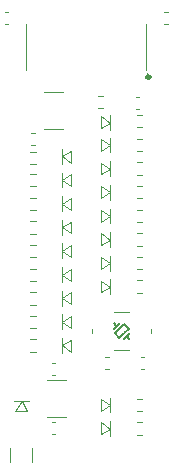
<source format=gbr>
%TF.GenerationSoftware,KiCad,Pcbnew,(6.0.8)*%
%TF.CreationDate,2022-12-14T23:26:50+01:00*%
%TF.ProjectId,rugged_nano,72756767-6564-45f6-9e61-6e6f2e6b6963,rev?*%
%TF.SameCoordinates,Original*%
%TF.FileFunction,Legend,Bot*%
%TF.FilePolarity,Positive*%
%FSLAX46Y46*%
G04 Gerber Fmt 4.6, Leading zero omitted, Abs format (unit mm)*
G04 Created by KiCad (PCBNEW (6.0.8)) date 2022-12-14 23:26:50*
%MOMM*%
%LPD*%
G01*
G04 APERTURE LIST*
%ADD10C,0.120000*%
%ADD11C,0.310000*%
%ADD12C,0.200000*%
G04 APERTURE END LIST*
D10*
%TO.C,F2*%
X145030000Y-90457936D02*
X145030000Y-91662064D01*
X143210000Y-90457936D02*
X143210000Y-91662064D01*
%TO.C,R7*%
X145357258Y-77287500D02*
X144882742Y-77287500D01*
X145357258Y-78332500D02*
X144882742Y-78332500D01*
%TO.C,R2*%
X145357258Y-68332500D02*
X144882742Y-68332500D01*
X145357258Y-67287500D02*
X144882742Y-67287500D01*
%TO.C,C4*%
X147010580Y-83300000D02*
X146729420Y-83300000D01*
X147010580Y-84320000D02*
X146729420Y-84320000D01*
%TO.C,R8*%
X145357258Y-80332500D02*
X144882742Y-80332500D01*
X145357258Y-79287500D02*
X144882742Y-79287500D01*
%TO.C,D20*%
X151670000Y-64207500D02*
X151670000Y-65457500D01*
X151670000Y-64832500D02*
X150870000Y-64310000D01*
X150870000Y-65310000D02*
X151670000Y-64832500D01*
X150870000Y-64310000D02*
X150870000Y-65310000D01*
%TO.C,U4*%
X154680000Y-56560000D02*
X154680000Y-54610000D01*
X144560000Y-56560000D02*
X144560000Y-58510000D01*
X154680000Y-56560000D02*
X154680000Y-58510000D01*
X144560000Y-56560000D02*
X144560000Y-54610000D01*
D11*
X155025000Y-59060000D02*
G75*
G03*
X155025000Y-59060000I-155000J0D01*
G01*
D10*
%TO.C,U3*%
X146870000Y-63445000D02*
X146070000Y-63445000D01*
X146870000Y-60325000D02*
X146070000Y-60325000D01*
X146870000Y-63445000D02*
X147670000Y-63445000D01*
X146870000Y-60325000D02*
X147670000Y-60325000D01*
%TO.C,D4*%
X148370000Y-71310000D02*
X147570000Y-71787500D01*
X147570000Y-71787500D02*
X148370000Y-72310000D01*
X148370000Y-72310000D02*
X148370000Y-71310000D01*
X147570000Y-72412500D02*
X147570000Y-71162500D01*
%TO.C,D9*%
X148370000Y-81310000D02*
X147570000Y-81787500D01*
X148370000Y-82310000D02*
X148370000Y-81310000D01*
X147570000Y-82412500D02*
X147570000Y-81162500D01*
X147570000Y-81787500D02*
X148370000Y-82310000D01*
%TO.C,D6*%
X148370000Y-75310000D02*
X147570000Y-75787500D01*
X147570000Y-76412500D02*
X147570000Y-75162500D01*
X148370000Y-76310000D02*
X148370000Y-75310000D01*
X147570000Y-75787500D02*
X148370000Y-76310000D01*
%TO.C,R14*%
X153882742Y-77332500D02*
X154357258Y-77332500D01*
X153882742Y-76287500D02*
X154357258Y-76287500D01*
%TO.C,D1*%
X151670000Y-86832500D02*
X150870000Y-86310000D01*
X150870000Y-86310000D02*
X150870000Y-87310000D01*
X150870000Y-87310000D02*
X151670000Y-86832500D01*
X151670000Y-86207500D02*
X151670000Y-87457500D01*
%TO.C,C5*%
X147010580Y-88300000D02*
X146729420Y-88300000D01*
X147010580Y-89320000D02*
X146729420Y-89320000D01*
%TO.C,R16*%
X153882742Y-73332500D02*
X154357258Y-73332500D01*
X153882742Y-72287500D02*
X154357258Y-72287500D01*
%TO.C,R15*%
X153882742Y-74287500D02*
X154357258Y-74287500D01*
X153882742Y-75332500D02*
X154357258Y-75332500D01*
%TO.C,C6*%
X144979420Y-63800000D02*
X145260580Y-63800000D01*
X144979420Y-64820000D02*
X145260580Y-64820000D01*
%TO.C,R1*%
X153882742Y-86287500D02*
X154357258Y-86287500D01*
X153882742Y-87332500D02*
X154357258Y-87332500D01*
%TO.C,D2*%
X147570000Y-68412500D02*
X147570000Y-67162500D01*
X148370000Y-68310000D02*
X148370000Y-67310000D01*
X148370000Y-67310000D02*
X147570000Y-67787500D01*
X147570000Y-67787500D02*
X148370000Y-68310000D01*
%TO.C,R17*%
X153882742Y-71332500D02*
X154357258Y-71332500D01*
X153882742Y-70287500D02*
X154357258Y-70287500D01*
%TO.C,R4*%
X145357258Y-71287500D02*
X144882742Y-71287500D01*
X145357258Y-72332500D02*
X144882742Y-72332500D01*
%TO.C,C10*%
X154110580Y-61770000D02*
X153829420Y-61770000D01*
X154110580Y-60750000D02*
X153829420Y-60750000D01*
%TO.C,D18*%
X150870000Y-69310000D02*
X151670000Y-68832500D01*
X151670000Y-68832500D02*
X150870000Y-68310000D01*
X150870000Y-68310000D02*
X150870000Y-69310000D01*
X151670000Y-68207500D02*
X151670000Y-69457500D01*
%TO.C,R28*%
X151082258Y-61707500D02*
X150607742Y-61707500D01*
X151082258Y-60662500D02*
X150607742Y-60662500D01*
%TO.C,C2*%
X151510580Y-82800000D02*
X151229420Y-82800000D01*
X151510580Y-83820000D02*
X151229420Y-83820000D01*
%TO.C,D7*%
X148370000Y-78310000D02*
X148370000Y-77310000D01*
X147570000Y-77787500D02*
X148370000Y-78310000D01*
X148370000Y-77310000D02*
X147570000Y-77787500D01*
X147570000Y-78412500D02*
X147570000Y-77162500D01*
%TO.C,D22*%
X147570000Y-65787500D02*
X148370000Y-66310000D01*
X148370000Y-66310000D02*
X148370000Y-65310000D01*
X147570000Y-66412500D02*
X147570000Y-65162500D01*
X148370000Y-65310000D02*
X147570000Y-65787500D01*
%TO.C,R5*%
X145357258Y-73287500D02*
X144882742Y-73287500D01*
X145357258Y-74332500D02*
X144882742Y-74332500D01*
%TO.C,D23*%
X144620000Y-87310000D02*
X144142500Y-86510000D01*
X143517500Y-86510000D02*
X144767500Y-86510000D01*
X143620000Y-87310000D02*
X144620000Y-87310000D01*
X144142500Y-86510000D02*
X143620000Y-87310000D01*
%TO.C,R9*%
X145357258Y-82332500D02*
X144882742Y-82332500D01*
X145357258Y-81287500D02*
X144882742Y-81287500D01*
%TO.C,D14*%
X150870000Y-76310000D02*
X150870000Y-77310000D01*
X150870000Y-77310000D02*
X151670000Y-76832500D01*
X151670000Y-76832500D02*
X150870000Y-76310000D01*
X151670000Y-76207500D02*
X151670000Y-77457500D01*
%TO.C,R19*%
X153882742Y-67332500D02*
X154357258Y-67332500D01*
X153882742Y-66287500D02*
X154357258Y-66287500D01*
%TO.C,R22*%
X145357258Y-65412500D02*
X144882742Y-65412500D01*
X145357258Y-66457500D02*
X144882742Y-66457500D01*
%TO.C,R21*%
X153882742Y-63332500D02*
X154357258Y-63332500D01*
X153882742Y-62287500D02*
X154357258Y-62287500D01*
%TO.C,D16*%
X151670000Y-72207500D02*
X151670000Y-73457500D01*
X150870000Y-73310000D02*
X151670000Y-72832500D01*
X151670000Y-72832500D02*
X150870000Y-72310000D01*
X150870000Y-72310000D02*
X150870000Y-73310000D01*
%TO.C,C3*%
X154510580Y-82800000D02*
X154229420Y-82800000D01*
X154510580Y-83820000D02*
X154229420Y-83820000D01*
%TO.C,R18*%
X153882742Y-68287500D02*
X154357258Y-68287500D01*
X153882742Y-69332500D02*
X154357258Y-69332500D01*
%TO.C,D19*%
X150870000Y-67310000D02*
X151670000Y-66832500D01*
X150870000Y-66310000D02*
X150870000Y-67310000D01*
X151670000Y-66832500D02*
X150870000Y-66310000D01*
X151670000Y-66207500D02*
X151670000Y-67457500D01*
%TO.C,R10*%
X153882742Y-88290000D02*
X154357258Y-88290000D01*
X153882742Y-89335000D02*
X154357258Y-89335000D01*
%TO.C,D21*%
X151670000Y-62932500D02*
X150870000Y-62410000D01*
X150870000Y-62410000D02*
X150870000Y-63410000D01*
X151670000Y-62307500D02*
X151670000Y-63557500D01*
X150870000Y-63410000D02*
X151670000Y-62932500D01*
%TO.C,R3*%
X145357258Y-70332500D02*
X144882742Y-70332500D01*
X145357258Y-69287500D02*
X144882742Y-69287500D01*
%TO.C,D15*%
X151670000Y-74207500D02*
X151670000Y-75457500D01*
X150870000Y-75310000D02*
X151670000Y-74832500D01*
X151670000Y-74832500D02*
X150870000Y-74310000D01*
X150870000Y-74310000D02*
X150870000Y-75310000D01*
%TO.C,D8*%
X147570000Y-80412500D02*
X147570000Y-79162500D01*
X147570000Y-79787500D02*
X148370000Y-80310000D01*
X148370000Y-79310000D02*
X147570000Y-79787500D01*
X148370000Y-80310000D02*
X148370000Y-79310000D01*
%TO.C,D17*%
X150870000Y-70310000D02*
X150870000Y-71310000D01*
X151670000Y-70832500D02*
X150870000Y-70310000D01*
X151670000Y-70207500D02*
X151670000Y-71457500D01*
X150870000Y-71310000D02*
X151670000Y-70832500D01*
%TO.C,D5*%
X148370000Y-74310000D02*
X148370000Y-73310000D01*
X148370000Y-73310000D02*
X147570000Y-73787500D01*
X147570000Y-74412500D02*
X147570000Y-73162500D01*
X147570000Y-73787500D02*
X148370000Y-74310000D01*
%TO.C,U2*%
X147120000Y-87870000D02*
X146320000Y-87870000D01*
X147120000Y-84750000D02*
X146320000Y-84750000D01*
X147120000Y-84750000D02*
X147920000Y-84750000D01*
X147120000Y-87870000D02*
X147920000Y-87870000D01*
%TO.C,R6*%
X145357258Y-75287500D02*
X144882742Y-75287500D01*
X145357258Y-76332500D02*
X144882742Y-76332500D01*
%TO.C,C11*%
X156510580Y-53550000D02*
X156229420Y-53550000D01*
X156510580Y-54570000D02*
X156229420Y-54570000D01*
%TO.C,D3*%
X148370000Y-69310000D02*
X147570000Y-69787500D01*
X147570000Y-69787500D02*
X148370000Y-70310000D01*
X148370000Y-70310000D02*
X148370000Y-69310000D01*
X147570000Y-70412500D02*
X147570000Y-69162500D01*
%TO.C,D10*%
X150870000Y-88312500D02*
X150870000Y-89312500D01*
X150870000Y-89312500D02*
X151670000Y-88835000D01*
X151670000Y-88835000D02*
X150870000Y-88312500D01*
X151670000Y-88210000D02*
X151670000Y-89460000D01*
D12*
%TO.C,Y1*%
X152445000Y-79885000D02*
X152195000Y-80135000D01*
X152820000Y-80760000D02*
X152420000Y-81160000D01*
D10*
X153270000Y-82160000D02*
X151970000Y-82160000D01*
D12*
X152820000Y-79960000D02*
X153220000Y-80360000D01*
X152170000Y-80110000D02*
X151970000Y-79910000D01*
X152420000Y-80360000D02*
X152020000Y-80760000D01*
X153045000Y-80985000D02*
X152795000Y-81235000D01*
X152420000Y-81160000D02*
X152020000Y-80760000D01*
X152820000Y-80760000D02*
X153220000Y-80360000D01*
X152420000Y-80360000D02*
X152820000Y-79960000D01*
D10*
X153270000Y-78960000D02*
X151970000Y-78960000D01*
D12*
X153295000Y-80735000D02*
X153045000Y-80985000D01*
D10*
X155120000Y-80735000D02*
X155120000Y-80385000D01*
D12*
X153070000Y-81010000D02*
X153270000Y-81210000D01*
X152195000Y-80135000D02*
X151945000Y-80385000D01*
D10*
X150120000Y-80735000D02*
X150120000Y-80385000D01*
%TO.C,R20*%
X153882742Y-65332500D02*
X154357258Y-65332500D01*
X153882742Y-64287500D02*
X154357258Y-64287500D01*
%TO.C,C13*%
X143010580Y-54570000D02*
X142729420Y-54570000D01*
X143010580Y-53550000D02*
X142729420Y-53550000D01*
%TD*%
M02*

</source>
